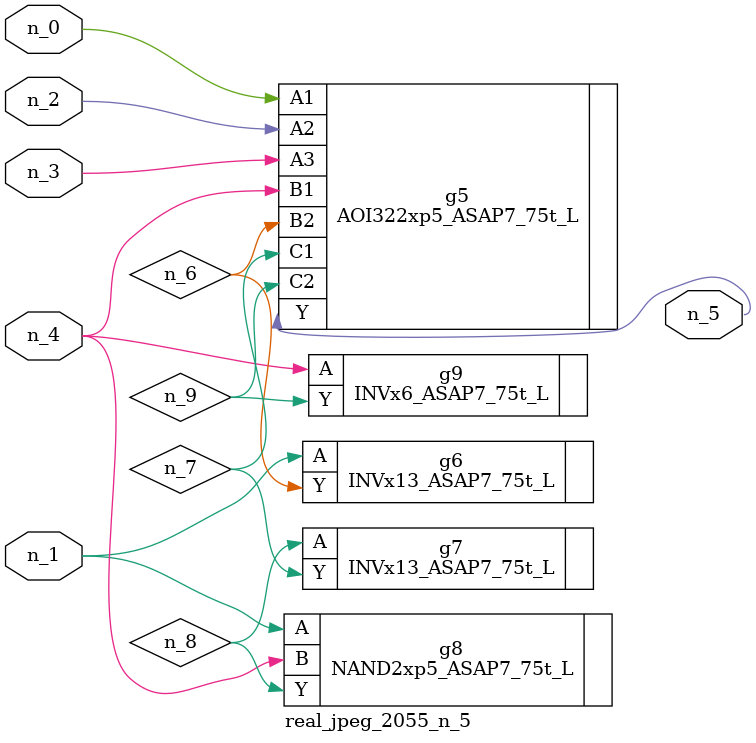
<source format=v>
module real_jpeg_2055_n_5 (n_4, n_0, n_1, n_2, n_3, n_5);

input n_4;
input n_0;
input n_1;
input n_2;
input n_3;

output n_5;

wire n_8;
wire n_6;
wire n_7;
wire n_9;

AOI322xp5_ASAP7_75t_L g5 ( 
.A1(n_0),
.A2(n_2),
.A3(n_3),
.B1(n_4),
.B2(n_6),
.C1(n_7),
.C2(n_9),
.Y(n_5)
);

INVx13_ASAP7_75t_L g6 ( 
.A(n_1),
.Y(n_6)
);

NAND2xp5_ASAP7_75t_L g8 ( 
.A(n_1),
.B(n_4),
.Y(n_8)
);

INVx6_ASAP7_75t_L g9 ( 
.A(n_4),
.Y(n_9)
);

INVx13_ASAP7_75t_L g7 ( 
.A(n_8),
.Y(n_7)
);


endmodule
</source>
